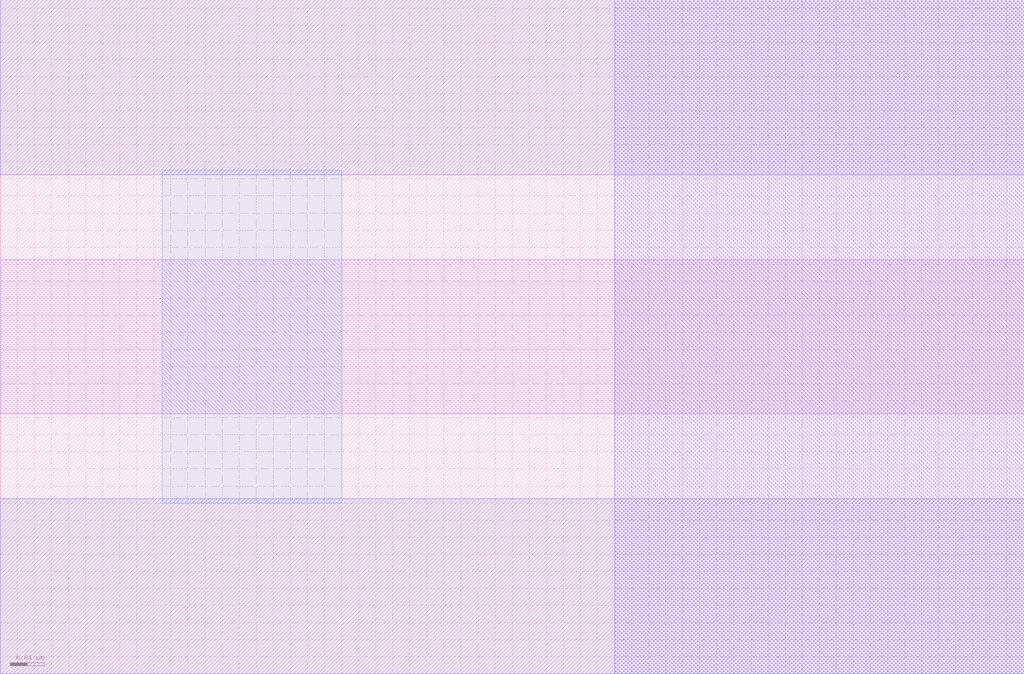
<source format=lef>
# Copyright 2020 The SkyWater PDK Authors
#
# Licensed under the Apache License, Version 2.0 (the "License");
# you may not use this file except in compliance with the License.
# You may obtain a copy of the License at
#
#     https://www.apache.org/licenses/LICENSE-2.0
#
# Unless required by applicable law or agreed to in writing, software
# distributed under the License is distributed on an "AS IS" BASIS,
# WITHOUT WARRANTIES OR CONDITIONS OF ANY KIND, either express or implied.
# See the License for the specific language governing permissions and
# limitations under the License.
#
# SPDX-License-Identifier: Apache-2.0

VERSION 5.7 ;
  NOWIREEXTENSIONATPIN ON ;
  DIVIDERCHAR "/" ;
  BUSBITCHARS "[]" ;
MACRO sky130_fd_bd_sram__sram_dp_horstrap_h
  CLASS BLOCK ;
  FOREIGN sky130_fd_bd_sram__sram_dp_horstrap_h ;
  ORIGIN  0.000000  0.000000 ;
  SIZE  1.200000 BY  0.790000 ;
  OBS
    LAYER li1 ;
      RECT 0.000000 0.305000 1.200000 0.485000 ;
    LAYER met3 ;
      RECT 0.000000 0.000000 1.200000 0.205000 ;
      RECT 0.000000 0.585000 1.200000 0.790000 ;
    LAYER nwell ;
      RECT 0.720000 0.000000 1.200000 0.790000 ;
    LAYER pwell ;
      RECT 0.190000 0.200000 0.400000 0.590000 ;
  END
END sky130_fd_bd_sram__sram_dp_horstrap_h
END LIBRARY

</source>
